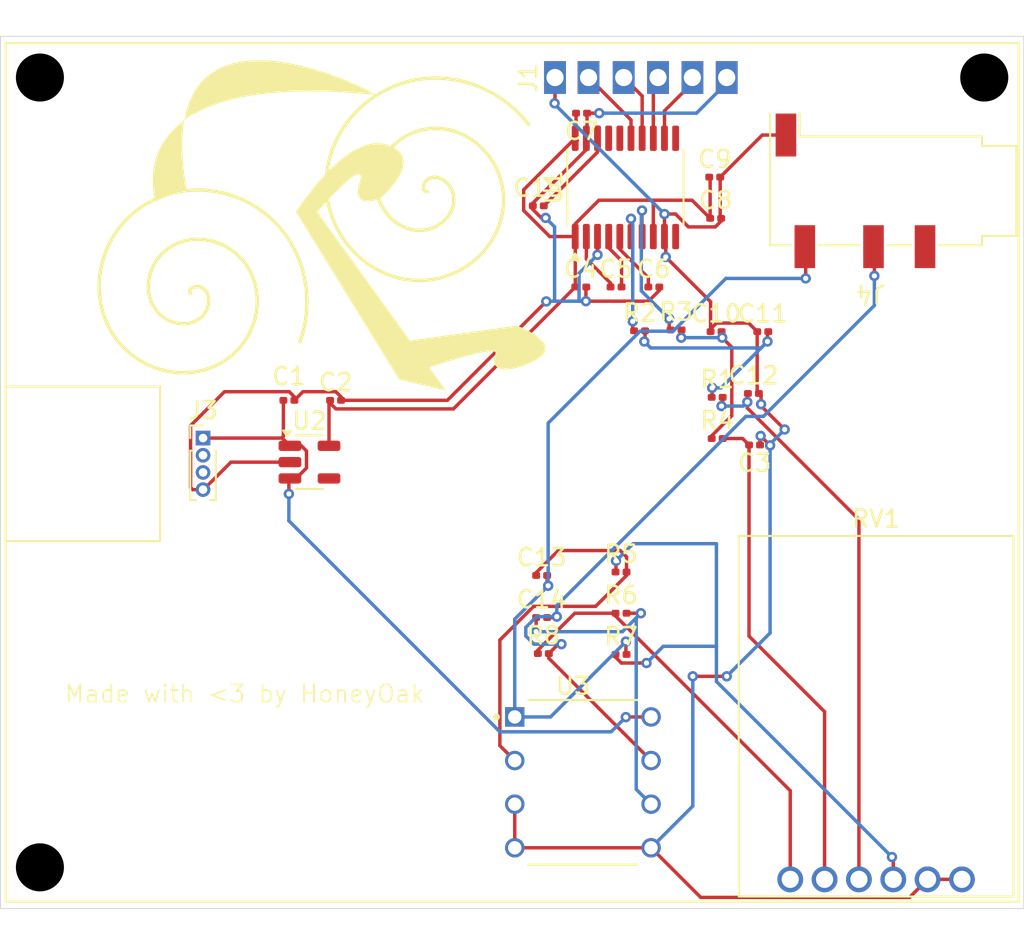
<source format=kicad_pcb>
(kicad_pcb (version 20241229) (generator "pcbnew") (generator_version "9.0")
  (layers (0 "F.Cu" signal) (2 "B.Cu" signal) (13 "F.Paste" user) (15 "B.Paste" user) (5 "F.SilkS" user "F.Silkscreen") (7 "B.SilkS" user "B.Silkscreen") (1 "F.Mask" user) (3 "B.Mask" user) (25 "Edge.Cuts" user))
  (net 0 "")
  (net 1 "GND")
  (net 2 "+5V")
  (net 3 "3.3V")
  (net 4 "Net-(C3-Pad2)")
  (net 5 "AGND")
  (net 6 "Net-(U1-CAPP)")
  (net 7 "Net-(U1-CAPM)")
  (net 8 "Net-(U1-VNEG)")
  (net 9 "Net-(C10-Pad2)")
  (net 10 "Net-(C11-Pad2)")
  (net 11 "Net-(C12-Pad1)")
  (net 12 "Net-(U3-OUT_A)")
  (net 13 "Net-(U3--IN_A)")
  (net 14 "Net-(U3--IN_B)")
  (net 15 "Net-(U3-OUT_B)")
  (net 16 "Net-(U1-LDOO)")
  (net 17 "DAT")
  (net 18 "SCK")
  (net 19 "LCK")
  (net 20 "BCK")
  (net 23 "Net-(U1-OUTL)")
  (net 24 "Net-(U1-OUTR)")
  (net 25 "Net-(R5-Pad1)")
  (net 26 "Net-(R6-Pad1)")
  (footprint "Capacitor_SMD:C_0201_0603Metric" (layer "F.Cu") (at 121.2 78.2)
    (property "Reference" "C4")
    (property "Value" "0.1uf")
  )
  (footprint "Capacitor_SMD:C_0201_0603Metric" (layer "F.Cu") (at 129.055 74.2)
    (property "Reference" "C8")
    (property "Value" "0.1uf")
  )
  (footprint "Connector_Audio:Jack_3.5mm_KoreanHropartsElec_PJ-320D-4A_Horizontal" (layer "F.Cu") (at 138.1 72.6 180)
    (property "Reference" "J4")
    (property "Value" "AudioJack4")
  )
  (footprint "Resistor_SMD:R_0201_0603Metric" (layer "F.Cu") (at 129.145 87.025)
    (property "Reference" "R4")
    (property "Value" "590 Ohm")
  )
  (footprint "Resistor_SMD:R_0201_0603Metric" (layer "F.Cu") (at 123.545 97.2)
    (property "Reference" "R6")
    (property "Value" "499 Ohm")
  )
  (footprint "Capacitor_SMD:C_0201_0603Metric" (layer "F.Cu") (at 129 71.8)
    (property "Reference" "C9")
    (property "Value" "10uf")
  )
  (footprint "Resistor_SMD:R_0201_0603Metric" (layer "F.Cu") (at 126.75 80.7)
    (property "Reference" "R3")
    (property "Value" "470 Ohm")
  )
  (footprint "Capacitor_SMD:C_0201_0603Metric" (layer "F.Cu") (at 118.725 73.475)
    (property "Reference" "C15")
    (property "Value" "0.1uf")
  )
  (footprint "Capacitor_SMD:C_0201_0603Metric" (layer "F.Cu") (at 121.245 68.075 180)
    (property "Reference" "C7")
    (property "Value" "0.1uf")
  )
  (footprint "Capacitor_SMD:C_0201_0603Metric" (layer "F.Cu") (at 125.455 78.2)
    (property "Reference" "C6")
    (property "Value" "2.2uf")
  )
  (footprint "Package_TO_SOT_SMD:SOT-23-5" (layer "F.Cu") (at 105.4 88.4)
    (property "Reference" "U2")
    (property "Value" "LP5907MFX-3.3")
  )
  (footprint "Package_SO:TSSOP-20_4.4x6.5mm_P0.65mm" (layer "F.Cu") (at 123.8 72.4 90)
    (property "Reference" "U1")
    (property "Value" "PCM5102A")
  )
  (footprint "Capacitor_SMD:C_0201_0603Metric" (layer "F.Cu") (at 118.92 95)
    (property "Reference" "C13")
    (property "Value" "1nf")
  )
  (footprint "Resistor_SMD:R_0201_0603Metric" (layer "F.Cu") (at 123.545 99.6)
    (property "Reference" "R7")
    (property "Value" "2.49 kOhm")
  )
  (footprint "Connector_PinHeader_1.00mm:PinHeader_1x04_P1.00mm_Vertical" (layer "F.Cu") (at 99.2 87)
    (property "Reference" "J3")
    (property "Value" "Conn_01x04_Pin")
  )
  (footprint "Resistor_SMD:R_0201_0603Metric" (layer "F.Cu") (at 119.02 99.55)
    (property "Reference" "R8")
    (property "Value" "2.49 kOhm")
  )
  (footprint "Resistor_SMD:R_0201_0603Metric" (layer "F.Cu") (at 123.545 94.8)
    (property "Reference" "R5")
    (property "Value" "499 Ohm")
  )
  (footprint "OPA2134PA:DIP794W45P254L959H508Q8" (layer "F.Cu") (at 121.325 107.05)
    (property "Reference" "U3")
    (property "Value" "OPA2134PA")
  )
  (footprint "Resistor_SMD:R_0201_0603Metric" (layer "F.Cu") (at 124.625 80.75)
    (property "Reference" "R2")
    (property "Value" "470 Ohm")
  )
  (footprint "Capacitor_SMD:C_0201_0603Metric" (layer "F.Cu") (at 129.08 80.8)
    (property "Reference" "C10")
    (property "Value" "2.2nf")
  )
  (footprint "Capacitor_SMD:C_0201_0603Metric" (layer "F.Cu") (at 131.8 80.8)
    (property "Reference" "C11")
    (property "Value" "2.2nf")
  )
  (footprint "Capacitor_SMD:C_0201_0603Metric" (layer "F.Cu") (at 104.2 84.8)
    (property "Reference" "C1")
    (property "Value" "1uf")
  )
  (footprint "Capacitor_SMD:C_0201_0603Metric" (layer "F.Cu") (at 131.32 87.4 180)
    (property "Reference" "C3")
    (property "Value" "39nf")
  )
  (footprint "dac:Dual_Gang_POT" (layer "F.Cu") (at 137.4 112.7)
    (property "Reference" "RV1")
    (property "Value" "R_Potentiometer_Dual")
  )
  (footprint "Capacitor_SMD:C_0201_0603Metric" (layer "F.Cu") (at 118.92 97.45)
    (property "Reference" "C14")
    (property "Value" "1nf")
  )
  (footprint "Capacitor_SMD:C_0201_0603Metric" (layer "F.Cu") (at 106.92 84.8)
    (property "Reference" "C2")
    (property "Value" "1uf")
  )
  (footprint "dac:USB_I2S_Module" (layer "F.Cu") (at 119.7 66 90)
    (property "Reference" "J1")
    (property "Value" "USB_to_I2S")
  )
  (footprint "Capacitor_SMD:C_0201_0603Metric" (layer "F.Cu") (at 123.255 78.2)
    (property "Reference" "C5")
    (property "Value" "2.2uf")
  )
  (footprint "Capacitor_SMD:C_0201_0603Metric" (layer "F.Cu") (at 131.255 84.4)
    (property "Reference" "C12")
    (property "Value" "39nf")
  )
  (footprint "Resistor_SMD:R_0201_0603Metric" (layer "F.Cu") (at 129.145 84.625)
    (property "Reference" "R1")
    (property "Value" "590 Ohm")
  )
  (gr_curve (pts (xy 100.708177 82.316436) (xy 98.627186 83.886439) (xy 95.627259 83.254635) (xy 94.125 81.2)) (stroke (width 0.2065)) (layer "F.SilkS"))
  (gr_curve (pts (xy 99.092609 78.217975) (xy 99.710449 78.526588) (xy 99.606334 79.390692) (xy 99.217164 79.832631)) (stroke (width 0.2065)) (layer "F.SilkS"))
  (gr_curve (pts (xy 104.060218 75.23595) (xy 105.305734 77.013263) (xy 105.580174 79.33993) (xy 104.847473 81.375105)) (stroke (width 0.2065)) (layer "F.SilkS"))
  (gr_curve (pts (xy 116.688147 72.800124) (xy 116.883334 75.443217) (xy 114.690849 77.658605) (xy 112.107596 77.810422)) (stroke (width 0.2065)) (layer "F.SilkS"))
  (gr_curve (pts (xy 101.576414 76.726963) (xy 102.947068 78.46674) (xy 102.426393 81.020127) (xy 100.708177 82.316436)) (stroke (width 0.2065)) (layer "F.SilkS"))
  (gr_curve (pts (xy 96.608805 79.708987) (xy 95.630351 78.658142) (xy 95.932534 76.986992) (xy 96.980646 76.106923)) (stroke (width 0.2065)) (layer "F.SilkS"))
  (gr_curve (pts (xy 112.39024 68.979071) (xy 114.631949 68.76626) (xy 116.526986 70.617794) (xy 116.688147 72.800124)) (stroke (width 0.2065)) (layer "F.SilkS"))
  (gr_curve (pts (xy 112.107596 77.810422) (xy 109.063321 77.989334) (xy 106.52651 75.454549) (xy 106.384906 72.470371)) (stroke (width 0.2065)) (layer "F.SilkS"))
  (gr_poly (pts (xy 104.736579 73.627751) (xy 105.102833 73.103947) (xy 105.361237 72.758639) (xy 105.662971 72.377746) (xy 106.00289 71.976282) (xy 106.375852 71.569262) (xy 106.776715 71.171699) (xy 107.200336 70.798609) (xy 107.419073 70.625932) (xy 107.641571 70.465004) (xy 107.867188 70.317702) (xy 108.09528 70.185901) (xy 108.325204 70.071479) (xy 108.556318 69.976312) (xy 108.787978 69.902278) (xy 109.019543 69.851252) (xy 109.250368 69.825113) (xy 109.479812 69.825736) (xy 109.707232 69.854998) (xy 109.931984 69.914777) (xy 110.140182 69.994814) (xy 110.319349 70.083126) (xy 110.470956 70.179004) (xy 110.596473 70.28174) (xy 110.697369 70.390623) (xy 110.775117 70.504944) (xy 110.831185 70.623994) (xy 110.867044 70.747064) (xy 110.884166 70.873444) (xy 110.884019 71.002424) (xy 110.868075 71.133297) (xy 110.837804 71.265351) (xy 110.794676 71.397879) (xy 110.740162 71.530169) (xy 110.675732 71.661515) (xy 110.602857 71.791205) (xy 110.437651 72.042782) (xy 110.256307 72.279227) (xy 110.07059 72.494865) (xy 109.892261 72.684021) (xy 109.604823 72.960188) (xy 109.488098 73.062333) (xy 109.416297 73.090233) (xy 109.335148 73.118193) (xy 109.231476 73.149344) (xy 109.111018 73.179077) (xy 108.979505 73.202781) (xy 108.842672 73.215844) (xy 108.774053 73.216945) (xy 108.706253 73.213657) (xy 108.639991 73.205404) (xy 108.575982 73.191609) (xy 108.514944 73.171695) (xy 108.457592 73.145088) (xy 108.404645 73.11121) (xy 108.356817 73.069485) (xy 108.314827 73.019336) (xy 108.279391 72.960188) (xy 108.251226 72.891464) (xy 108.231048 72.812587) (xy 108.219574 72.722982) (xy 108.217521 72.622072) (xy 108.225606 72.50928) (xy 108.244545 72.384031) (xy 108.275055 72.245748) (xy 108.317852 72.093854) (xy 108.356946 71.949716) (xy 108.376658 71.834041) (xy 108.378179 71.745261) (xy 108.362698 71.68181) (xy 108.331405 71.642122) (xy 108.285489 71.62463) (xy 108.22614 71.627767) (xy 108.154548 71.649969) (xy 108.071902 71.689667) (xy 107.979392 71.745296) (xy 107.769537 71.898078) (xy 107.534501 72.095786) (xy 107.283801 72.325886) (xy 107.026953 72.575848) (xy 106.773474 72.833139) (xy 106.314692 73.319586) (xy 105.856305 73.829046) (xy 113.362011 84.240186) (xy 110.617988 83.594533) (xy 104.605352 73.829045)) (fill yes) (layer "F.SilkS"))
  (gr_poly (pts (xy 117.478042 80.446979) (xy 117.600836 80.495687) (xy 117.908057 80.632352) (xy 118.102158 80.729235) (xy 118.307964 80.842788) (xy 118.514006 80.971237) (xy 118.708817 81.112808) (xy 118.798427 81.18796) (xy 118.880929 81.265729) (xy 118.95489 81.345891) (xy 119.018875 81.428225) (xy 119.071452 81.512511) (xy 119.111187 81.598525) (xy 119.136647 81.686046) (xy 119.146398 81.774854) (xy 119.139006 81.864725) (xy 119.113039 81.955438) (xy 119.067063 82.046773) (xy 118.999644 82.138506) (xy 118.909349 82.230416) (xy 118.794745 82.322283) (xy 118.654398 82.413883) (xy 118.486874 82.504995) (xy 118.138305 82.668487) (xy 117.81876 82.797162) (xy 117.669778 82.84909) (xy 117.527942 82.89309) (xy 117.393214 82.92942) (xy 117.265557 82.958339) (xy 117.144934 82.980106) (xy 117.031309 82.994978) (xy 116.924644 83.003216) (xy 116.824903 83.005076) (xy 116.732047 83.000819) (xy 116.646042 82.990703) (xy 116.566849 82.974985) (xy 116.494431 82.953925) (xy 116.428752 82.927782) (xy 116.369775 82.896814) (xy 116.317463 82.86128) (xy 116.271779 82.821437) (xy 116.232685 82.777546) (xy 116.200146 82.729864) (xy 116.174123 82.678651) (xy 116.154581 82.624164) (xy 116.141481 82.566662) (xy 116.134788 82.506404) (xy 116.134464 82.443649) (xy 116.140473 82.378655) (xy 116.152776 82.311681) (xy 116.171338 82.242985) (xy 116.196122 82.172826) (xy 116.22709 82.101463) (xy 116.242721 82.038057) (xy 116.223041 81.990974) (xy 116.170333 81.959274) (xy 116.086879 81.94202) (xy 115.836868 81.947094) (xy 115.491274 81.998688) (xy 115.068363 82.089296) (xy 114.5864 82.21141) (xy 113.518379 82.520128) (xy 112.433333 82.864786) (xy 111.477386 83.185326) (xy 110.537283 83.513826) (xy 110.537283 81.415457)) (fill yes) (layer "F.SilkS"))
  (gr_curve (pts (xy 106.384906 72.470371) (xy 106.221417 69.025019) (xy 109.099354 66.1661) (xy 112.484457 66.035288)) (stroke (width 0.2065)) (layer "F.SilkS"))
  (gr_curve (pts (xy 94.125 81.2) (xy 92.354639 78.778684) (xy 93.098116 75.330609) (xy 95.489633 73.623119)) (stroke (width 0.2065)) (layer "F.SilkS"))
  (gr_curve (pts (xy 98.471658 78.590728) (xy 98.247387 78.217126) (xy 98.864618 78.104094) (xy 99.092609 78.217975)) (stroke (width 0.2065)) (layer "F.SilkS"))
  (gr_poly (pts (xy 98.23665 67.887144) (xy 98.456613 67.26754) (xy 98.736649 66.734475) (xy 99.071281 66.282983) (xy 99.455035 65.9081) (xy 99.882435 65.604859) (xy 100.348006 65.368296) (xy 100.846273 65.193445) (xy 101.371761 65.075341) (xy 101.918994 65.009018) (xy 102.482498 64.989512) (xy 103.056796 65.011856) (xy 103.636415 65.071085) (xy 104.215879 65.162235) (xy 105.35244 65.420432) (xy 106.422678 65.746726) (xy 107.382792 66.101394) (xy 108.18898 66.444712) (xy 108.797441 66.736957) (xy 109.164374 66.938408) (xy 109.245977 67.009342) (xy 107.864548 66.89202) (xy 106.583329 66.824619) (xy 105.398625 66.804157) (xy 104.30674 66.827651) (xy 103.303979 66.89212) (xy 102.386645 66.994581) (xy 101.551042 67.132051) (xy 100.793475 67.301549) (xy 100.110249 67.500092) (xy 99.497667 67.724698) (xy 98.952034 67.972384) (xy 98.469653 68.240168) (xy 98.106916 68.484582)) (fill yes) (layer "F.SilkS"))
  (gr_curve (pts (xy 109.328688 72.564585) (xy 109.095932 70.724695) (xy 110.608841 69.148183) (xy 112.39024 68.979071)) (stroke (width 0.2065)) (layer "F.SilkS"))
  (gr_curve (pts (xy 95.489633 73.623119) (xy 98.250735 71.651754) (xy 102.147978 72.507242) (xy 104.060218 75.23595)) (stroke (width 0.2065)) (layer "F.SilkS"))
  (gr_curve (pts (xy 112.296026 71.922854) (xy 112.900093 71.564919) (xy 113.581114 72.129905) (xy 113.744365 72.705907)) (stroke (width 0.2065)) (layer "F.SilkS"))
  (gr_curve (pts (xy 96.980646 76.106923) (xy 98.377613 74.933931) (xy 100.487208 75.344429) (xy 101.576414 76.726963)) (stroke (width 0.2065)) (layer "F.SilkS"))
  (gr_curve (pts (xy 112.272473 72.6588) (xy 111.829683 72.644629) (xy 112.073118 72.054937) (xy 112.296026 71.922854)) (stroke (width 0.2065)) (layer "F.SilkS"))
  (gr_curve (pts (xy 112.201811 74.866637) (xy 110.76485 75.123833) (xy 109.50332 73.945009) (xy 109.328688 72.564585)) (stroke (width 0.2065)) (layer "F.SilkS"))
  (gr_poly (pts (xy 110.537283 83.513826) (xy 110.537283 83.513827) (xy 110.537281 83.513827)) (fill yes) (layer "F.SilkS"))
  (gr_curve (pts (xy 99.217164 79.832631) (xy 98.521029 80.623155) (xy 97.275535 80.425047) (xy 96.608805 79.708987)) (stroke (width 0.2065)) (layer "F.SilkS"))
  (gr_curve (pts (xy 113.744365 72.705907) (xy 114.036378 73.73624) (xy 113.180973 74.69138) (xy 112.201811 74.866637)) (stroke (width 0.2065)) (layer "F.SilkS"))
  (gr_curve (pts (xy 112.484457 66.035288) (xy 114.689303 65.950086) (xy 116.828625 66.997298) (xy 118.164047 68.744533)) (stroke (width 0.2065)) (layer "F.SilkS"))
  (gr_poly (pts (xy 96.281161 71.659341) (xy 96.311682 71.367308) (xy 96.364802 71.062568) (xy 96.444217 70.748103) (xy 96.553623 70.426896) (xy 96.696715 70.101928) (xy 96.87719 69.776183) (xy 97.098743 69.452642) (xy 97.36507 69.134287) (xy 97.679867 68.824102) (xy 98.046829 68.525068) (xy 98.106916 68.484582) (xy 98.082233 68.598251) (xy 97.998838 69.405829) (xy 97.99194 70.314841) (xy 98.067015 71.330254) (xy 98.229538 72.457032) (xy 96.413642 73.223745) (xy 96.338196 72.824521) (xy 96.288238 72.429376) (xy 96.269544 71.935685)) (fill yes) (layer "F.SilkS"))
  (gr_rect (start 87.4 63.6) (end 147 114.4) (stroke (width 0.05)) (fill no) (layer "Edge.Cuts"))
  (gr_text "Made with <3 by HoneyOak" (at 91.075 102.475 0) (layer "F.SilkS") (effects (font (size 1 1) (thickness 0.1)) (justify left bottom)))
  (segment (start 100.449 84.299) (end 104.218999 84.299) (width 0.2) (layer "F.Cu") (net 1))
  (segment (start 118.405 73.31513) (end 121.525 70.19513) (width 0.2) (layer "F.Cu") (net 1))
  (segment (start 121.425 78.295) (end 121.52 78.2) (width 0.2) (layer "F.Cu") (net 1))
  (segment (start 99.22672 90) (end 99.2 90) (width 0.2) (layer "F.Cu") (net 1))
  (segment (start 121.565 68.075) (end 122.275 68.075) (width 0.2) (layer "F.Cu") (net 1))
  (segment (start 118.38 73.5) (end 118.405 73.475) (width 0.2) (layer "F.Cu") (net 1))
  (segment (start 125.85 78.125) (end 125.775 78.2) (width 0.2) (layer "F.Cu") (net 1))
  (segment (start 125.775 78.399999) (end 125.775 78.2) (width 0.2) (layer "F.Cu") (net 1))
  (segment (start 106.938999 84.299) (end 107.24 84.600001) (width 0.2) (layer "F.Cu") (net 1))
  (segment (start 119.153657 74.174998) (end 118.899458 74.174998) (width 0.2) (layer "F.Cu") (net 1))
  (segment (start 104.2625 88.4) (end 100.82672 88.4) (width 0.2) (layer "F.Cu") (net 1))
  (segment (start 121.5 79.025) (end 125.149999 79.025) (width 0.2) (layer "F.Cu") (net 1))
  (segment (start 122.175 76.325) (end 122.175 75.2625) (width 0.2) (layer "F.Cu") (net 1))
  (segment (start 121.565 69.4975) (end 121.525 69.5375) (width 0.2) (layer "F.Cu") (net 1))
  (segment (start 125.149999 79.025) (end 125.775 78.399999) (width 0.2) (layer "F.Cu") (net 1))
  (segment (start 98.474 89.87504) (end 98.474 86.274) (width 0.2) (layer "F.Cu") (net 1))
  (segment (start 104.52 84.600001) (end 104.52 84.8) (width 0.2) (layer "F.Cu") (net 1))
  (segment (start 118.405 73.68054) (end 118.405 73.475) (width 0.2) (layer "F.Cu") (net 1))
  (segment (start 118.405 73.475) (end 118.405 73.31513) (width 0.2) (layer "F.Cu") (net 1))
  (segment (start 107.24 84.8) (end 113.43147 84.8) (width 0.2) (layer "F.Cu") (net 1))
  (segment (start 121.5 79.025) (end 121.5 78.22) (width 0.2) (layer "F.Cu") (net 1))
  (segment (start 98.59896 90) (end 98.474 89.87504) (width 0.2) (layer "F.Cu") (net 1))
  (segment (start 113.43147 84.8) (end 119.190735 79.040735) (width 0.2) (layer "F.Cu") (net 1))
  (segment (start 99.2 90) (end 98.59896 90) (width 0.2) (layer "F.Cu") (net 1))
  (segment (start 100.82672 88.4) (end 99.22672 90) (width 0.2) (layer "F.Cu") (net 1))
  (segment (start 121.55 68.06) (end 121.565 68.075) (width 0.2) (layer "F.Cu") (net 1))
  (segment (start 121.565 68.075) (end 121.565 69.4975) (width 0.2) (layer "F.Cu") (net 1))
  (segment (start 121.525 70.19513) (end 121.525 69.5375) (width 0.2) (layer "F.Cu") (net 1))
  (segment (start 105.021 84.299) (end 106.938999 84.299) (width 0.2) (layer "F.Cu") (net 1))
  (segment (start 104.6 84.88) (end 104.52 84.8) (width 0.2) (layer "F.Cu") (net 1))
  (segment (start 104.52 84.8) (end 105.021 84.299) (width 0.2) (layer "F.Cu") (net 1))
  (segment (start 121.5 78.22) (end 121.52 78.2) (width 0.2) (layer "F.Cu") (net 1))
  (segment (start 122.2 75.2375) (end 122.175 75.2625) (width 0.2) (layer "F.Cu") (net 1))
  (segment (start 107.24 84.600001) (end 107.24 84.8) (width 0.2) (layer "F.Cu") (net 1))
  (segment (start 104.218999 84.299) (end 104.52 84.600001) (width 0.2) (layer "F.Cu") (net 1))
  (segment (start 98.474 86.274) (end 100.449 84.299) (width 0.2) (layer "F.Cu") (net 1))
  (segment (start 107.2 84.84) (end 107.24 84.8) (width 0.2) (layer "F.Cu") (net 1))
  (segment (start 118.899458 74.174998) (end 118.405 73.68054) (width 0.2) (layer "F.Cu") (net 1))
  (via (at 121.5 79.025) (size 0.6) (drill 0.3) (layers "F.Cu" "B.Cu") (net 1))
  (via (at 122.175 76.325) (size 0.6) (drill 0.3) (layers "F.Cu" "B.Cu") (net 1))
  (via (at 119.153657 74.174998) (size 0.6) (drill 0.3) (layers "F.Cu" "B.Cu") (net 1))
  (via (at 119.190735 79.040735) (size 0.6) (drill 0.3) (layers "F.Cu" "B.Cu") (net 1))
  (via (at 122.275 68.075) (size 0.6) (drill 0.3) (layers "F.Cu" "B.Cu") (net 1))
  (segment (start 122.275 68.075) (end 127.9425 68.075) (width 0.2) (layer "B.Cu") (net 1))
  (segment (start 119.20647 79.025) (end 119.675 79.025) (width 0.2) (layer "B.Cu") (net 1))
  (segment (start 121.1 77.4) (end 122.175 76.325) (width 0.2) (layer "B.Cu") (net 1))
  (segment (start 119.675 74.696341) (end 119.153657 74.174998) (width 0.2) (layer "B.Cu") (net 1))
  (segment (start 119.675 79.025) (end 119.675 74.696341) (width 0.2) (layer "B.Cu") (net 1))
  (segment (start 119.675 79.025) (end 121.1 79.025) (width 0.2) (layer "B.Cu") (net 1))
  (segment (start 119.190735 79.040735) (end 119.20647 79.025) (width 0.2) (layer "B.Cu") (net 1))
  (segment (start 129.7 66.3175) (end 129.7 66) (width 0.2) (layer "B.Cu") (net 1))
  (segment (start 121.1 79.025) (end 121.5 79.025) (width 0.2) (layer "B.Cu") (net 1))
  (segment (start 127.9425 68.075) (end 129.7 66.3175) (width 0.2) (layer "B.Cu") (net 1))
  (segment (start 121.1 79.025) (end 121.1 77.4) (width 0.2) (layer "B.Cu") (net 1))
  (segment (start 104.924999 87.45) (end 104.2625 87.45) (width 0.2) (layer "F.Cu") (net 2))
  (segment (start 105.226 88.740968) (end 105.226 87.751001) (width 0.2) (layer "F.Cu") (net 2))
  (segment (start 104.616968 89.35) (end 105.226 88.740968) (width 0.2) (layer "F.Cu") (net 2))
  (segment (start 105.226 87.751001) (end 104.924999 87.45) (width 0.2) (layer "F.Cu") (net 2))
  (segment (start 104.1625 87.55) (end 104.2625 87.45) (width 0.2) (layer "F.Cu") (net 2))
  (segment (start 125.295 103.24) (end 123.835 103.24) (width 0.2) (layer "F.Cu") (net 2))
  (segment (start 104.2 90.25) (end 104.2 89.4125) (width 0.2) (layer "F.Cu") (net 2))
  (segment (start 104.2625 87.45) (end 103.8125 87) (width 0.2) (layer "F.Cu") (net 2))
  (segment (start 103.8125 87) (end 99.2 87) (width 0.2) (layer "F.Cu") (net 2))
  (segment (start 123.835 103.24) (end 123.825 103.25) (width 0.2) (layer "F.Cu") (net 2))
  (segment (start 104.2 89.4125) (end 104.2625 89.35) (width 0.2) (layer "F.Cu") (net 2))
  (segment (start 104.2625 89.35) (end 104.616968 89.35) (width 0.2) (layer "F.Cu") (net 2))
  (segment (start 103.8125 87) (end 103.8125 86.9625) (width 0.2) (layer "F.Cu") (net 2))
  (segment (start 103.88 86.895) (end 103.88 84.8) (width 0.2) (layer "F.Cu") (net 2))
  (segment (start 103.8125 86.9625) (end 103.88 86.895) (width 0.2) (layer "F.Cu") (net 2))
  (via (at 123.825 103.25) (size 0.6) (drill 0.3) (layers "F.Cu" "B.Cu") (net 2))
  (via (at 104.2 90.25) (size 0.6) (drill 0.3) (layers "F.Cu" "B.Cu") (net 2))
  (segment (start 123.825 103.25) (end 122.969 104.106) (width 0.2) (layer "B.Cu") (net 2))
  (segment (start 122.969 104.106) (end 116.489 104.106) (width 0.2) (layer "B.Cu") (net 2))
  (segment (start 116.489 104.106) (end 104.2 91.817) (width 0.2) (layer "B.Cu") (net 2))
  (segment (start 104.2 91.817) (end 104.2 90.25) (width 0.2) (layer "B.Cu") (net 2))
  (segment (start 128.735 74.2) (end 128.735 71.855) (width 0.2) (layer "F.Cu") (net 3))
  (segment (start 119.39263 75.2625) (end 120.875 75.2625) (width 0.2) (layer "F.Cu") (net 3))
  (segment (start 120.875 74.525001) (end 122.255075 73.144926) (width 0.2) (layer "F.Cu") (net 3))
  (segment (start 121 69.6625) (end 120.875 69.5375) (width 0.2) (layer "F.Cu") (net 3))
  (segment (start 122.255075 73.144926) (end 125.425 73.144926) (width 0.2) (layer "F.Cu") (net 3))
  (segment (start 106.5375 87.45) (end 106.5375 84.8625) (width 0.2) (layer "F.Cu") (net 3))
  (segment (start 128.675 74.26) (end 128.735 74.2) (width 0.2) (layer "F.Cu") (net 3))
  (segment (start 106.5375 84.8625) (end 106.6 84.8) (width 0.2) (layer "F.Cu") (net 3))
  (segment (start 106.94113 85.301) (end 113.779 85.301) (width 0.2) (layer "F.Cu") (net 3))
  (segment (start 106.6 84.8) (end 106.6 84.95987) (width 0.2) (layer "F.Cu") (net 3))
  (segment (start 120.88 78.2) (end 120.88 75.2675) (width 0.2) (layer "F.Cu") (net 3))
  (segment (start 106.6 84.95987) (end 106.94113 85.301) (width 0.2) (layer "F.Cu") (net 3))
  (segment (start 120.88 75.2675) (end 120.875 75.2625) (width 0.2) (layer "F.Cu") (net 3))
  (segment (start 128.735 71.855) (end 128.68 71.8) (width 0.2) (layer "F.Cu") (net 3))
  (segment (start 120.875 75.2625) (end 120.875 74.525001) (width 0.2) (layer "F.Cu") (net 3))
  (segment (start 120.925 69.4875) (end 120.875 69.5375) (width 0.2) (layer "F.Cu") (net 3))
  (segment (start 113.779 85.301) (end 120.88 78.2) (width 0.2) (layer "F.Cu") (net 3))
  (segment (start 120.875 69.5375) (end 117.874 72.5385) (width 0.2) (layer "F.Cu") (net 3))
  (segment (start 125.425 75.2625) (end 125.425 73.144926) (width 0.2) (layer "F.Cu") (net 3))
  (segment (start 127.679926 73.144926) (end 128.735 74.2) (width 0.2) (layer "F.Cu") (net 3))
  (segment (start 120.85 68.15) (end 120.925 68.075) (width 0.2) (layer "F.Cu") (net 3))
  (segment (start 117.874 72.5385) (end 117.874 73.74387) (width 0.2) (layer "F.Cu") (net 3))
  (segment (start 125.425 73.144926) (end 127.679926 73.144926) (width 0.2) (layer "F.Cu") (net 3))
  (segment (start 117.874 73.74387) (end 119.39263 75.2625) (width 0.2) (layer "F.Cu") (net 3))
  (segment (start 120.925 68.075) (end 120.925 69.4875) (width 0.2) (layer "F.Cu") (net 3))
  (segment (start 135.4 102.935844) (end 135.4 112.7) (width 0.2) (layer "F.Cu") (net 4))
  (segment (start 131 98.535844) (end 135.4 102.935844) (width 0.2) (layer "F.Cu") (net 4))
  (segment (start 129.465 87.025) (end 130.625 87.025) (width 0.2) (layer "F.Cu") (net 4))
  (segment (start 131 87.4) (end 131 98.535844) (width 0.2) (layer "F.Cu") (net 4))
  (segment (start 130.625 87.025) (end 131 87.4) (width 0.2) (layer "F.Cu") (net 4))
  (segment (start 129.03387 74.701) (end 127.47087 74.701) (width 0.2) (layer "F.Cu") (net 5))
  (segment (start 130.979 80.299) (end 131.48 80.8) (width 0.2) (layer "F.Cu") (net 5))
  (segment (start 128.186 113.751) (end 125.295 110.86) (width 0.2) (layer "F.Cu") (net 5))
  (segment (start 131.474 80.806) (end 131.474 84.299) (width 0.2) (layer "F.Cu") (net 5))
  (segment (start 133.15 69.35) (end 131.77 69.35) (width 0.2) (layer "F.Cu") (net 5))
  (segment (start 119.7 67.475) (end 119.675 67.5) (width 0.2) (layer "F.Cu") (net 5))
  (segment (start 129.7 100.875) (end 127.725 100.875) (width 0.2) (layer "F.Cu") (net 5))
  (segment (start 128.76 80.8) (end 128.76 80.64013) (width 0.2) (layer "F.Cu") (net 5))
  (segment (start 131.675 86.875) (end 131.676414 86.875) (width 0.2) (layer "F.Cu") (net 5))
  (segment (start 129.32 71.8) (end 129.32 74.145) (width 0.2) (layer "F.Cu") (net 5))
  (segment (start 131.64 86.91) (end 131.675 86.875) (width 0.2) (layer "F.Cu") (net 5))
  (segment (start 129.375 74.35987) (end 129.03387 74.701) (width 0.2) (layer "F.Cu") (net 5))
  (segment (start 133.075 86.5) (end 131.7 85.125) (width 0.2) (layer "F.Cu") (net 5))
  (segment (start 131.474 84.299) (end 131.575 84.4) (width 0.2) (layer "F.Cu") (net 5))
  (segment (start 131.7 84.525) (end 131.575 84.4) (width 0.2) (layer "F.Cu") (net 5))
  (segment (start 117.355 110.86) (end 117.355 108.32) (width 0.2) (layer "F.Cu") (net 5))
  (segment (start 119.7 66) (end 119.7 67.475) (width 0.2) (layer "F.Cu") (net 5))
  (segment (start 126.075 73.95) (end 126.075 75.2625) (width 0.2) (layer "F.Cu") (net 5))
  (segment (start 127.47087 74.701) (end 126.71987 73.95) (width 0.2) (layer "F.Cu") (net 5))
  (segment (start 126.05 75.2375) (end 126.075 75.2625) (width 0.2) (layer "F.Cu") (net 5))
  (segment (start 141.4 112.7) (end 143.4 112.7) (width 0.2) (layer "F.Cu") (net 5))
  (segment (start 131.48 80.8) (end 131.474 80.806) (width 0.2) (layer "F.Cu") (net 5))
  (segment (start 131.64 87.4) (end 131.64 86.91) (width 0.2) (layer "F.Cu") (net 5))
  (segment (start 126.15 76.45) (end 126.15 75.3375) (width 0.2) (layer "F.Cu") (net 5))
  (segment (start 129.375 74.2) (end 129.375 74.35987) (width 0.2) (layer "F.Cu") (net 5))
  (segment (start 131.676414 86.875) (end 132.225707 87.424293) (width 0.2) (layer "F.Cu") (net 5))
  (segment (start 126.15 75.3375) (end 126.075 75.2625) (width 0.2) (layer "F.Cu") (net 5))
  (segment (start 126.15 76.45) (end 128.76 79.06) (width 0.2) (layer "F.Cu") (net 5))
  (segment (start 125.295 110.86) (end 117.355 110.86) (width 0.2) (layer "F.Cu") (net 5))
  (segment (start 126.71987 73.95) (end 126.075 73.95) (width 0.2) (layer "F.Cu") (net 5))
  (segment (start 131.7 85.025) (end 131.7 84.525) (width 0.2) (layer "F.Cu") (net 5))
  (segment (start 131.77 69.35) (end 129.32 71.8) (width 0.2) (layer "F.Cu") (net 5))
  (segment (start 129.10113 80.299) (end 130.979 80.299) (width 0.2) (layer "F.Cu") (net 5))
  (segment (start 140.349 113.751) (end 128.186 113.751) (width 0.2) (layer "F.Cu") (net 5))
  (segment (start 128.76 79.06) (end 128.76 80.8) (width 0.2) (layer "F.Cu") (net 5))
  (segment (start 129.32 74.145) (end 129.375 74.2) (width 0.2) (layer "F.Cu") (net 5))
  (segment (start 141.4 112.7) (end 140.349 113.751) (width 0.2) (layer "F.Cu") (net 5))
  (segment (start 128.76 80.64013) (end 129.10113 80.299) (width 0.2) (layer "F.Cu") (net 5))
  (segment (start 131.7 85.125) (end 131.7 85.025) (width 0.2) (layer "F.Cu") (net 5))
  (via (at 132.225707 87.424293) (size 0.6) (drill 0.3) (layers "F.Cu" "B.Cu") (net 5))
  (via (at 119.675 67.5) (size 0.6) (drill 0.3) (layers "F.Cu" "B.Cu") (net 5))
  (via (at 127.725 100.875) (size 0.6) (drill 0.3) (layers "F.Cu" "B.Cu") (net 5))
  (via (at 131.675 86.875) (size 0.6) (drill 0.3) (layers "F.Cu" "B.Cu") (net 5))
  (via (at 133.075 86.5) (size 0.6) (drill 0.3) (layers "F.Cu" "B.Cu") (net 5))
  (via (at 126.075 73.95) (size 0.6) (drill 0.3) (layers "F.Cu" "B.Cu") (net 5))
  (via (at 131.7 85.025) (size 0.6) (drill 0.3) (layers "F.Cu" "B.Cu") (net 5))
  (via (at 129.7 100.875) (size 0.6) (drill 0.3) (layers "F.Cu" "B.Cu") (net 5))
  (via (at 126.15 76.45) (size 0.6) (drill 0.3) (layers "F.Cu" "B.Cu") (net 5))
  (segment (start 132.225707 87.349293) (end 133.075 86.5) (width 0.2) (layer "B.Cu") (net 5))
  (segment (start 119.675 67.55) (end 126.075 73.95) (width 0.2) (layer "B.Cu") (net 5))
  (segment (start 132.225707 87.424293) (end 132.225707 98.349293) (width 0.2) (layer "B.Cu") (net 5))
  (segment (start 127.725 108.43) (end 125.295 110.86) (width 0.2) (layer "B.Cu") (net 5))
  (segment (start 127.725 100.875) (end 127.725 108.43) (width 0.2) (layer "B.Cu") (net 5))
  (segment (start 119.675 67.5) (end 119.675 67.55) (width 0.2) (layer "B.Cu") (net 5))
  (segment (start 132.225707 87.424293) (end 132.225707 87.349293) (width 0.2) (layer "B.Cu") (net 5))
  (segment (start 132.225707 98.349293) (end 129.7 100.875) (width 0.2) (layer "B.Cu") (net 5))
  (segment (start 122.935 78.2) (end 122.935 77.976136) (width 0.2) (layer "F.Cu") (net 6))
  (segment (start 122.935 77.976136) (end 121.525 76.566136) (width 0.2) (layer "F.Cu") (net 6))
  (segment (start 121.525 76.566136) (end 121.525 75.2625) (width 0.2) (layer "F.Cu") (net 6))
  (segment (start 122.825 75.91987) (end 122.825 75.2625) (width 0.2) (layer "F.Cu") (net 7))
  (segment (start 123.575 78.2) (end 123.575 76.66987) (width 0.2) (layer "F.Cu") (net 7))
  (segment (start 123.575 76.66987) (end 122.825 75.91987) (width 0.2) (layer "F.Cu") (net 7))
  (segment (start 125.135 77.66277) (end 125.135 78.2) (width 0.2) (layer "F.Cu") (net 8))
  (segment (start 123.475 75.2625) (end 123.475 76.00277) (width 0.2) (layer "F.Cu") (net 8))
  (segment (start 123.475 76.00277) (end 125.135 77.66277) (width 0.2) (layer "F.Cu") (net 8))
  (segment (start 127.07 80.7) (end 127.07 81.13) (width 0.2) (layer "F.Cu") (net 9))
  (segment (start 127.07 81.13) (end 127.05 81.15) (width 0.2) (layer "F.Cu") (net 9))
  (segment (start 128.825 86.86513) (end 128.825 87.025) (width 0.2) (layer "F.Cu") (net 9))
  (segment (start 129.437504 81.150001) (end 129.996 81.708497) (width 0.2) (layer "F.Cu") (net 9))
  (segment (start 129.437504 80.837504) (end 129.4 80.8) (width 0.2) (layer "F.Cu") (net 9))
  (segment (start 129.437504 81.150001) (end 129.437504 80.837504) (width 0.2) (layer "F.Cu") (net 9))
  (segment (start 129.996 85.69413) (end 128.825 86.86513) (width 0.2) (layer "F.Cu") (net 9))
  (segment (start 129.996 81.708497) (end 129.996 85.69413) (width 0.2) (layer "F.Cu") (net 9))
  (via (at 129.437504 81.150001) (size 0.6) (drill 0.3) (layers "F.Cu" "B.Cu") (net 9))
  (via (at 127.05 81.15) (size 0.6) (drill 0.3) (layers "F.Cu" "B.Cu") (net 9))
  (segment (start 127.05 81.15) (end 129.437503 81.15) (width 0.2) (layer "B.Cu") (net 9))
  (segment (start 129.437503 81.15) (end 129.437504 81.150001) (width 0.2) (layer "B.Cu") (net 9))
  (segment (start 124.945 81.33) (end 124.9 81.375) (width 0.2) (layer "F.Cu") (net 10))
  (segment (start 132.075 81.375) (end 132.075 80.845) (width 0.2) (layer "F.Cu") (net 10))
  (segment (start 128.85 84.6) (end 128.825 84.625) (width 0.2) (layer "F.Cu") (net 10))
  (segment (start 124.945 80.75) (end 124.945 81.33) (width 0.2) (layer "F.Cu") (net 10))
  (segment (start 128.85 84.075) (end 128.85 84.6) (width 0.2) (layer "F.Cu") (net 10))
  (segment (start 132.075 80.845) (end 132.12 80.8) (width 0.2) (layer "F.Cu") (net 10))
  (via (at 132.075 81.375) (size 0.6) (drill 0.3) (layers "F.Cu" "B.Cu") (net 10))
  (via (at 124.9 81.375) (size 0.6) (drill 0.3) (layers "F.Cu" "B.Cu") (net 10))
  (via (at 128.85 84.075) (size 0.6) (drill 0.3) (layers "F.Cu" "B.Cu") (net 10))
  (segment (start 125.275 81.75) (end 131.7 81.75) (width 0.2) (layer "B.Cu") (net 10))
  (segment (start 132.075 81.375) (end 129.375 84.075) (width 0.2) (layer "B.Cu") (net 10))
  (segment (start 131.7 81.75) (end 132.075 81.375) (width 0.2) (layer "B.Cu") (net 10))
  (segment (start 124.9 81.375) (end 125.275 81.75) (width 0.2) (layer "B.Cu") (net 10))
  (segment (start 129.375 84.075) (end 128.85 84.075) (width 0.2) (layer "B.Cu") (net 10))
  (segment (start 129.465 85.0656) (end 129.396 85.1346) (width 0.2) (layer "F.Cu") (net 11))
  (segment (start 137.4 91.750057) (end 137.4 112.7) (width 0.2) (layer "F.Cu") (net 11))
  (segment (start 130.9 84.9) (end 130.9 84.435) (width 0.2) (layer "F.Cu") (net 11))
  (segment (start 129.465 84.625) (end 129.465 85.0656) (width 0.2) (layer "F.Cu") (net 11))
  (segment (start 130.9 85.250057) (end 137.4 91.750057) (width 0.2) (layer "F.Cu") (net 11))
  (segment (start 130.9 84.9) (end 130.9 85.250057) (width 0.2) (layer "F.Cu") (net 11))
  (segment (start 130.9 84.435) (end 130.935 84.4) (width 0.2) (layer "F.Cu") (net 11))
  (via (at 130.9 84.9) (size 0.6) (drill 0.3) (layers "F.Cu" "B.Cu") (net 11))
  (via (at 129.396 85.1346) (size 0.6) (drill 0.3) (layers "F.Cu" "B.Cu") (net 11))
  (segment (start 129.396 85.1346) (end 130.6654 85.1346) (width 0.2) (layer "B.Cu") (net 11))
  (segment (start 130.6654 85.1346) (end 130.9 84.9) (width 0.2) (layer "B.Cu") (net 11))
  (segment (start 119.24 95.54) (end 119.3 95.6) (width 0.2) (layer "F.Cu") (net 12))
  (segment (start 119.24 95) (end 119.24 95.54) (width 0.2) (layer "F.Cu") (net 12))
  (segment (start 123.829 98.85) (end 123.829 99.564) (width 0.2) (layer "F.Cu") (net 12))
  (segment (start 134.3 75.9) (end 134.25 75.85) (width 0.2) (layer "F.Cu") (net 12))
  (segment (start 134.3 77.7) (end 134.3 75.9) (width 0.2) (layer "F.Cu") (net 12))
  (segment (start 123.829 99.564) (end 123.865 99.6) (width 0.2) (layer "F.Cu") (net 12))
  (via (at 119.3 95.6) (size 0.6) (drill 0.3) (layers "F.Cu" "B.Cu") (net 12))
  (via (at 123.829 98.85) (size 0.6) (drill 0.3) (layers "F.Cu" "B.Cu") (net 12))
  (via (at 134.3 77.7) (size 0.6) (drill 0.3) (layers "F.Cu" "B.Cu") (net 12))
  (segment (start 124.651057 80.774) (end 126.576057 80.774) (width 0.2) (layer "B.Cu") (net 12))
  (segment (start 126.576057 80.774) (end 129.650057 77.7) (width 0.2) (layer "B.Cu") (net 12))
  (segment (start 117.355 97.545) (end 117.355 103.24) (width 0.2) (layer "B.Cu") (net 12))
  (segment (start 117.355 103.24) (end 119.439 103.24) (width 0.2) (layer "B.Cu") (net 12))
  (segment (start 119.3 95.6) (end 119.3 86.125057) (width 0.2) (layer "B.Cu") (net 12))
  (segment (start 119.3 86.125057) (end 124.651057 80.774) (width 0.2) (layer "B.Cu") (net 12))
  (segment (start 129.650057 77.7) (end 134.3 77.7) (width 0.2) (layer "B.Cu") (net 12))
  (segment (start 119.439 103.24) (end 123.829 98.85) (width 0.2) (layer "B.Cu") (net 12))
  (segment (start 119.3 95.6) (end 117.355 97.545) (width 0.2) (layer "B.Cu") (net 12))
  (segment (start 116.489 104.914) (end 117.355 105.78) (width 0.2) (layer "F.Cu") (net 13))
  (segment (start 122.065999 96.799) (end 118.45113 96.799) (width 0.2) (layer "F.Cu") (net 13))
  (segment (start 123.865 93.915057) (end 123.498943 93.549) (width 0.2) (layer "F.Cu") (net 13))
  (segment (start 119.89113 93.549) (end 118.6 94.84013) (width 0.2) (layer "F.Cu") (net 13))
  (segment (start 123.865 94.999999) (end 122.065999 96.799) (width 0.2) (layer "F.Cu") (net 13))
  (segment (start 118.45113 96.799) (end 116.489 98.76113) (width 0.2) (layer "F.Cu") (net 13))
  (segment (start 116.489 98.76113) (end 116.489 104.914) (width 0.2) (layer "F.Cu") (net 13))
  (segment (start 118.6 94.84013) (end 118.6 95) (width 0.2) (layer "F.Cu") (net 13))
  (segment (start 123.498943 93.549) (end 119.89113 93.549) (width 0.2) (layer "F.Cu") (net 13))
  (segment (start 123.865 94.8) (end 123.865 94.999999) (width 0.2) (layer "F.Cu") (net 13))
  (segment (start 123.865 94.8) (end 123.865 93.915057) (width 0.2) (layer "F.Cu") (net 13))
  (segment (start 123.865 97.2) (end 124.7 97.2) (width 0.2) (layer "F.Cu") (net 14))
  (segment (start 118.6 98.275) (end 118.6 97.45) (width 0.2) (layer "F.Cu") (net 14))
  (via (at 124.7 97.2) (size 0.6) (drill 0.3) (layers "F.Cu" "B.Cu") (net 14))
  (via (at 118.6 98.275) (size 0.6) (drill 0.3) (layers "F.Cu" "B.Cu") (net 14))
  (segment (start 124.7 97.2) (end 124.429 97.471) (width 0.2) (layer "B.Cu") (net 14))
  (segment (start 123.625 98.275) (end 118.6 98.275) (width 0.2) (layer "B.Cu") (net 14))
  (segment (start 124.429 97.471) (end 124.429 107.454) (width 0.2) (layer "B.Cu") (net 14))
  (segment (start 124.429 107.454) (end 125.295 108.32) (width 0.2) (layer "B.Cu") (net 14))
  (segment (start 124.7 97.2) (end 123.625 98.275) (width 0.2) (layer "B.Cu") (net 14))
  (segment (start 119.24 97.45) (end 119.751474 97.45) (width 0.2) (layer "F.Cu") (net 15))
  (segment (start 125.295 105.73) (end 125.325 105.7) (width 0.2) (layer "F.Cu") (net 15))
  (segment (start 120.075 99) (end 119.89 99) (width 0.2) (layer "F.Cu") (net 15))
  (segment (start 125.295 105.78) (end 119.34 99.825) (width 0.2) (layer "F.Cu") (net 15))
  (segment (start 138.3 77.55) (end 138.3 75.9) (width 0.2) (layer "F.Cu") (net 15))
  (segment (start 119.34 99.825) (end 119.34 99.55) (width 0.2) (layer "F.Cu") (net 15))
  (segment (start 138.3 75.9) (end 138.25 75.85) (width 0.2) (layer "F.Cu") (net 15))
  (segment (start 119.751474 97.45) (end 119.802474 97.399) (width 0.2) (layer "F.Cu") (net 15))
  (segment (start 119.89 99) (end 119.34 99.55) (width 0.2) (layer "F.Cu") (net 15))
  (via (at 120.075 99) (size 0.6) (drill 0.3) (layers "F.Cu" "B.Cu") (net 15))
  (via (at 138.3 77.55) (size 0.6) (drill 0.3) (layers "F.Cu" "B.Cu") (net 15))
  (via (at 119.802474 97.399) (size 0.6) (drill 0.3) (layers "F.Cu" "B.Cu") (net 15))
  (segment (start 119.802474 97.399) (end 119.802474 96.747583) (width 0.2) (layer "B.Cu") (net 15))
  (segment (start 118.626057 97.399) (end 117.999 98.026057) (width 0.2) (layer "B.Cu") (net 15))
  (segment (start 131.839343 85.7356) (end 138.3 79.274943) (width 0.2) (layer "B.Cu") (net 15))
  (segment (start 118.475057 99) (end 120.075 99) (width 0.2) (layer "B.Cu") (net 15))
  (segment (start 138.3 79.274943) (end 138.3 77.55) (width 0.2) (layer "B.Cu") (net 15))
  (segment (start 119.802474 97.399) (end 118.626057 97.399) (width 0.2) (layer "B.Cu") (net 15))
  (segment (start 119.802474 96.747583) (end 130.814457 85.7356) (width 0.2) (layer "B.Cu") (net 15))
  (segment (start 117.999 98.026057) (end 117.999 98.523943) (width 0.2) (layer "B.Cu") (net 15))
  (segment (start 117.999 98.523943) (end 118.475057 99) (width 0.2) (layer "B.Cu") (net 15))
  (segment (start 130.814457 85.7356) (end 131.839343 85.7356) (width 0.2) (layer "B.Cu") (net 15))
  (segment (start 122.175 70.345) (end 122.175 69.5375) (width 0.2) (layer "F.Cu") (net 16))
  (segment (start 119.045 73.475) (end 122.175 70.345) (width 0.2) (layer "F.Cu") (net 16))
  (segment (start 122.175 69.5375) (end 122.175 68.88013) (width 0.2) (layer "F.Cu") (net 16))
  (segment (start 123.962795 66.262795) (end 123.7 66) (width 0.2) (layer "F.Cu") (net 17))
  (segment (start 124.775 67.075) (end 123.962795 66.262795) (width 0.2) (layer "F.Cu") (net 17))
  (segment (start 124.775 69.5375) (end 124.775 67.48253) (width 0.2) (layer "F.Cu") (net 17))
  (segment (start 124.775 67.48253) (end 124.775 67.075) (width 0.2) (layer "F.Cu") (net 17))
  (segment (start 126.075 67.9425) (end 126.075 69.5375) (width 0.2) (layer "F.Cu") (net 18))
  (segment (start 127.7 66.3175) (end 126.075 67.9425) (width 0.2) (layer "F.Cu") (net 18))
  (segment (start 127.7 66) (end 127.7 66.3175) (width 0.2) (layer "F.Cu") (net 18))
  (segment (start 121.652 66) (end 124.125 68.473) (width 0.2) (layer "F.Cu") (net 19))
  (segment (start 124.125 68.473) (end 124.125 69.5375) (width 0.2) (layer "F.Cu") (net 19))
  (segment (start 125.7 66) (end 125.425 66.275) (width 0.2) (layer "F.Cu") (net 20))
  (segment (start 125.425 66.275) (end 125.425 69.5375) (width 0.2) (layer "F.Cu") (net 20))
  (segment (start 124.225 80.67) (end 124.305 80.75) (width 0.2) (layer "F.Cu") (net 23))
  (segment (start 124.125 75.2625) (end 124.125 74.225) (width 0.2) (layer "F.Cu") (net 23))
  (segment (start 124.225 80.2) (end 124.225 80.67) (width 0.2) (layer "F.Cu") (net 23))
  (via (at 124.125 74.225) (size 0.6) (drill 0.3) (layers "F.Cu" "B.Cu") (net 23))
  (via (at 124.225 80.2) (size 0.6) (drill 0.3) (layers "F.Cu" "B.Cu") (net 23))
  (segment (start 124.125 74.225) (end 124.225 74.325) (width 0.2) (layer "B.Cu") (net 23))
  (segment (start 124.225 74.325) (end 124.225 80.2) (width 0.2) (layer "B.Cu") (net 23))
  (segment (start 126.35 80.05) (end 126.35 80.62) (width 0.2) (layer "F.Cu") (net 24))
  (segment (start 124.775 75.2625) (end 124.763048 75.250548) (width 0.2) (layer "F.Cu") (net 24))
  (segment (start 126.35 80.62) (end 126.43 80.7) (width 0.2) (layer "F.Cu") (net 24))
  (segment (start 124.763048 75.250548) (end 124.763048 73.748571) (width 0.2) (layer "F.Cu") (net 24))
  (segment (start 124.763048 73.748571) (end 124.765693 73.745926) (width 0.2) (layer "F.Cu") (net 24))
  (via (at 124.765693 73.745926) (size 0.6) (drill 0.3) (layers "F.Cu" "B.Cu") (net 24))
  (via (at 126.35 80.05) (size 0.6) (drill 0.3) (layers "F.Cu" "B.Cu") (net 24))
  (segment (start 124.765693 73.745926) (end 124.726 73.785619) (width 0.2) (layer "B.Cu") (net 24))
  (segment (start 124.726 73.785619) (end 124.726 78.426) (width 0.2) (layer "B.Cu") (net 24))
  (segment (start 124.726 78.426) (end 126.35 80.05) (width 0.2) (layer "B.Cu") (net 24))
  (segment (start 123.225 99.75987) (end 123.56513 100.1) (width 0.2) (layer "F.Cu") (net 25))
  (segment (start 123.225 99.6) (end 123.225 99.75987) (width 0.2) (layer "F.Cu") (net 25))
  (segment (start 139.4 112.7) (end 139.4 111.475) (width 0.2) (layer "F.Cu") (net 25))
  (segment (start 139.4 111.475) (end 139.325 111.4) (width 0.2) (layer "F.Cu") (net 25))
  (segment (start 123.56513 100.1) (end 125.029 100.1) (width 0.2) (layer "F.Cu") (net 25))
  (segment (start 123.25 94.15) (end 123.25 94.775) (width 0.2) (layer "F.Cu") (net 25))
  (segment (start 123.25 94.775) (end 123.225 94.8) (width 0.2) (layer "F.Cu") (net 25))
  (via (at 125.029 100.1) (size 0.6) (drill 0.3) (layers "F.Cu" "B.Cu") (net 25))
  (via (at 123.25 94.15) (size 0.6) (drill 0.3) (layers "F.Cu" "B.Cu") (net 25))
  (via (at 139.325 111.4) (size 0.6) (drill 0.3) (layers "F.Cu" "B.Cu") (net 25))
  (segment (start 126.004 99.125) (end 129.1 99.125) (width 0.2) (layer "B.Cu") (net 25))
  (segment (start 129.1 99.125) (end 129.1 93.15) (width 0.2) (layer "B.Cu") (net 25))
  (segment (start 125.029 100.1) (end 126.004 99.125) (width 0.2) (layer "B.Cu") (net 25))
  (segment (start 129.1 101.175) (end 129.1 99.125) (width 0.2) (layer "B.Cu") (net 25))
  (segment (start 124.25 93.15) (end 123.25 94.15) (width 0.2) (layer "B.Cu") (net 25))
  (segment (start 139.325 111.4) (end 129.1 101.175) (width 0.2) (layer "B.Cu") (net 25))
  (segment (start 129.1 93.15) (end 124.25 93.15) (width 0.2) (layer "B.Cu") (net 25))
  (segment (start 120.850001 97.2) (end 118.7 99.350001) (width 0.2) (layer "F.Cu") (net 26))
  (segment (start 118.7 99.350001) (end 118.7 99.55) (width 0.2) (layer "F.Cu") (net 26))
  (segment (start 133.4 107.53487) (end 123.225 97.35987) (width 0.2) (layer "F.Cu") (net 26))
  (segment (start 123.225 97.35987) (end 123.225 97.2) (width 0.2) (layer "F.Cu") (net 26))
  (segment (start 123.225 97.2) (end 120.850001 97.2) (width 0.2) (layer "F.Cu") (net 26))
  (segment (start 133.4 112.7) (end 133.4 107.53487) (width 0.2) (layer "F.Cu") (net 26))
)
</source>
